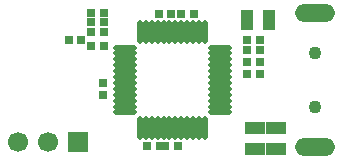
<source format=gbs>
%FSLAX44Y44*%
%MOMM*%
G71*
G01*
G75*
G04 Layer_Color=16711935*
%ADD10R,0.5000X0.6000*%
%ADD11R,1.0500X2.2000*%
%ADD12R,1.0000X1.0000*%
%ADD13R,0.5500X0.6000*%
%ADD14R,0.6000X0.5500*%
%ADD15R,0.9000X1.3000*%
%ADD16R,0.2500X0.6100*%
%ADD17R,0.6100X0.2500*%
%ADD18R,1.6000X1.6000*%
%ADD19R,0.2800X0.2800*%
%ADD20R,0.8000X0.6000*%
%ADD21R,2.1000X0.5000*%
%ADD22C,0.2032*%
%ADD23C,0.2540*%
%ADD24C,1.5000*%
%ADD25R,1.5000X1.5000*%
%ADD26C,1.1000*%
%ADD27O,3.2000X1.3000*%
%ADD28O,3.2000X1.3000*%
%ADD29C,0.6096*%
%ADD30C,0.8000*%
%ADD31O,1.8000X0.3000*%
%ADD32O,0.3000X1.8000*%
%ADD33R,1.5000X0.8000*%
%ADD34R,0.8000X1.5000*%
%ADD35R,0.7000X0.8000*%
%ADD36R,1.2500X2.4000*%
%ADD37R,1.2000X1.2000*%
%ADD38R,0.7500X0.8000*%
%ADD39R,0.8000X0.7500*%
%ADD40R,1.1000X1.5000*%
%ADD41R,0.4500X0.8100*%
%ADD42R,0.8100X0.4500*%
%ADD43R,1.8000X1.8000*%
%ADD44R,0.4800X0.4800*%
%ADD45R,1.0000X0.8000*%
%ADD46R,2.3000X0.7000*%
%ADD47C,1.7000*%
%ADD48R,1.7000X1.7000*%
%ADD49O,3.4000X1.5000*%
%ADD50O,3.4000X1.5000*%
%ADD51C,1.0000*%
%ADD52C,0.8096*%
%ADD53O,2.0000X0.5000*%
%ADD54O,0.5000X2.0000*%
%ADD55R,1.7000X1.0000*%
%ADD56R,1.0000X1.7000*%
D26*
X1751000Y991510D02*
D03*
Y946510D02*
D03*
D38*
X1694010Y974090D02*
D03*
X1704510D02*
D03*
X1694010Y984250D02*
D03*
X1704510D02*
D03*
X1694010Y994410D02*
D03*
X1704510D02*
D03*
Y1003300D02*
D03*
X1694010D02*
D03*
X1635147Y913133D02*
D03*
X1624647D02*
D03*
X1561930Y997458D02*
D03*
X1572430D02*
D03*
X1561930Y1025906D02*
D03*
X1572430D02*
D03*
X1561930Y1017778D02*
D03*
X1572430D02*
D03*
X1561930Y1009650D02*
D03*
X1572430D02*
D03*
X1543134Y1003300D02*
D03*
X1553634D02*
D03*
X1619928Y913130D02*
D03*
X1609428D02*
D03*
X1638130Y1024890D02*
D03*
X1648630D02*
D03*
X1629580D02*
D03*
X1619080D02*
D03*
D39*
X1572260Y956140D02*
D03*
Y966640D02*
D03*
D47*
X1500124Y916432D02*
D03*
X1525524D02*
D03*
D48*
X1550924D02*
D03*
D49*
X1751000Y1026010D02*
D03*
D50*
Y912010D02*
D03*
D53*
X1590180Y941510D02*
D03*
Y946510D02*
D03*
Y951510D02*
D03*
Y956510D02*
D03*
Y961510D02*
D03*
Y966510D02*
D03*
Y971510D02*
D03*
Y976510D02*
D03*
Y981510D02*
D03*
Y986510D02*
D03*
Y991510D02*
D03*
Y996510D02*
D03*
X1671180D02*
D03*
Y991510D02*
D03*
Y986510D02*
D03*
Y981510D02*
D03*
Y976510D02*
D03*
Y971510D02*
D03*
Y966510D02*
D03*
Y961510D02*
D03*
Y956510D02*
D03*
Y951510D02*
D03*
Y946510D02*
D03*
Y941510D02*
D03*
D54*
X1603180Y1009510D02*
D03*
X1608180D02*
D03*
X1613180D02*
D03*
X1618180D02*
D03*
X1623180D02*
D03*
X1628180D02*
D03*
X1633180D02*
D03*
X1638180D02*
D03*
X1643180D02*
D03*
X1648180D02*
D03*
X1653180D02*
D03*
X1658180D02*
D03*
Y928510D02*
D03*
X1653180D02*
D03*
X1648180D02*
D03*
X1643180D02*
D03*
X1638180D02*
D03*
X1633180D02*
D03*
X1628180D02*
D03*
X1623180D02*
D03*
X1618180D02*
D03*
X1613180D02*
D03*
X1608180D02*
D03*
X1603180D02*
D03*
D55*
X1700530Y910480D02*
D03*
Y928480D02*
D03*
X1718310Y910480D02*
D03*
Y928480D02*
D03*
D56*
X1694070Y1019810D02*
D03*
X1712070D02*
D03*
M02*

</source>
